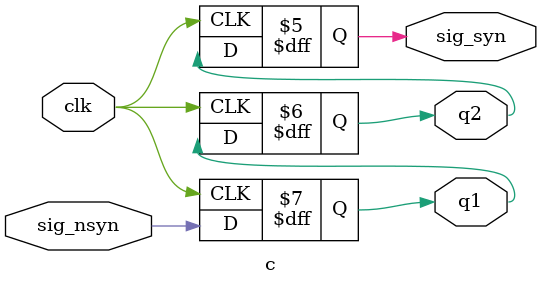
<source format=v>
`timescale 1ns / 1ps


module c(
    input sig_nsyn,
    input clk,
    output q1,
    output q2,
    output sig_syn
    );
reg q1;
reg q2;
reg sig_syn;
initial
    begin
        q1=0;
        q2=0;
        sig_syn=0;
    end
always@(posedge clk)     q1<=sig_nsyn;
always@(posedge clk)    q2<=q1;
always@(posedge clk)    sig_syn<=q2;
endmodule

</source>
